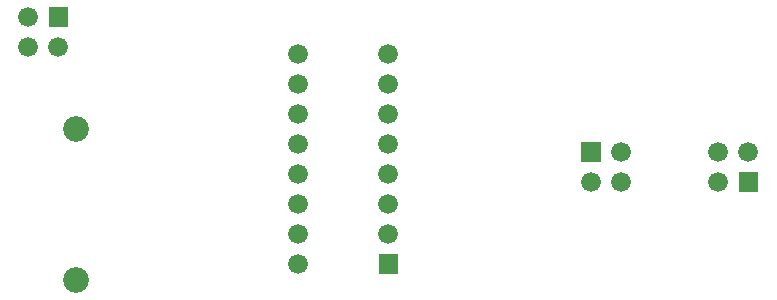
<source format=gbr>
G04 start of page 7 for group -4062 idx -4062 *
G04 Title: (unknown), soldermask *
G04 Creator: pcb 1.99z *
G04 CreationDate: Wed 27 Mar 2013 05:03:32 PM GMT UTC *
G04 For: nock *
G04 Format: Gerber/RS-274X *
G04 PCB-Dimensions (mil): 6000.00 5000.00 *
G04 PCB-Coordinate-Origin: lower left *
%MOIN*%
%FSLAX25Y25*%
%LNBOTTOMMASK*%
%ADD46C,0.0001*%
%ADD45C,0.0660*%
%ADD44C,0.0860*%
G54D44*X160800Y287500D03*
Y237300D03*
G54D45*X235000Y312500D03*
Y302500D03*
Y292500D03*
Y282500D03*
Y272500D03*
Y262500D03*
Y252500D03*
Y242500D03*
G54D46*G36*
X151700Y328300D02*Y321700D01*
X158300D01*
Y328300D01*
X151700D01*
G37*
G54D45*X155000Y315000D03*
X145000Y325000D03*
Y315000D03*
G54D46*G36*
X261700Y245800D02*Y239200D01*
X268300D01*
Y245800D01*
X261700D01*
G37*
G54D45*X265000Y252500D03*
Y262500D03*
Y272500D03*
Y282500D03*
Y292500D03*
Y302500D03*
Y312500D03*
G54D46*G36*
X329200Y283300D02*Y276700D01*
X335800D01*
Y283300D01*
X329200D01*
G37*
G54D45*X342500Y280000D03*
X385000D03*
X375000D03*
X332500Y270000D03*
X342500D03*
G54D46*G36*
X381700Y273300D02*Y266700D01*
X388300D01*
Y273300D01*
X381700D01*
G37*
G54D45*X375000Y270000D03*
M02*

</source>
